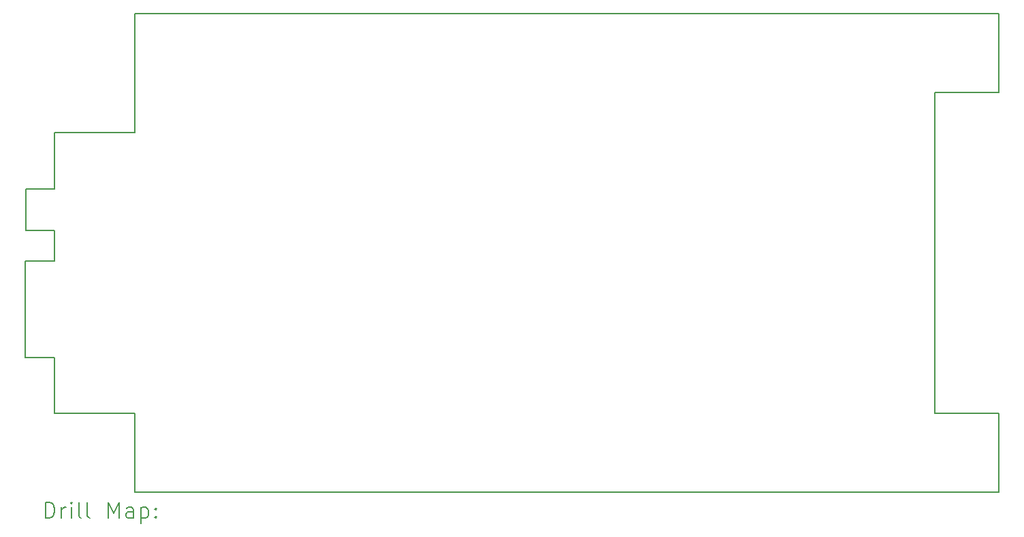
<source format=gbr>
%TF.GenerationSoftware,KiCad,Pcbnew,8.0.8+dfsg-1*%
%TF.CreationDate,2025-02-21T17:28:06+00:00*%
%TF.ProjectId,a4_to_adf10_econet,61345f74-6f5f-4616-9466-31305f65636f,rev?*%
%TF.SameCoordinates,Original*%
%TF.FileFunction,Drillmap*%
%TF.FilePolarity,Positive*%
%FSLAX45Y45*%
G04 Gerber Fmt 4.5, Leading zero omitted, Abs format (unit mm)*
G04 Created by KiCad (PCBNEW 8.0.8+dfsg-1) date 2025-02-21 17:28:06*
%MOMM*%
%LPD*%
G01*
G04 APERTURE LIST*
%ADD10C,0.200000*%
G04 APERTURE END LIST*
D10*
X12100000Y-2980000D02*
X11300000Y-2980000D01*
X11300000Y-6980000D01*
X12100000Y-6980000D01*
X12100000Y-7960000D01*
X1900000Y-7960000D01*
X1350000Y-7960000D01*
X1350000Y-6980000D01*
X350000Y-6980000D01*
X350000Y-6280000D01*
X-10000Y-6280000D01*
X-10000Y-5080000D01*
X350000Y-5080000D01*
X350000Y-4700000D01*
X0Y-4700000D01*
X0Y-4180000D01*
X350000Y-4180000D01*
X350000Y-3480000D01*
X1350000Y-3480000D01*
X1350000Y-2000000D01*
X12100000Y-2000000D01*
X12100000Y-2980000D01*
X240777Y-8281484D02*
X240777Y-8081484D01*
X240777Y-8081484D02*
X288396Y-8081484D01*
X288396Y-8081484D02*
X316967Y-8091008D01*
X316967Y-8091008D02*
X336015Y-8110055D01*
X336015Y-8110055D02*
X345539Y-8129103D01*
X345539Y-8129103D02*
X355062Y-8167198D01*
X355062Y-8167198D02*
X355062Y-8195769D01*
X355062Y-8195769D02*
X345539Y-8233865D01*
X345539Y-8233865D02*
X336015Y-8252912D01*
X336015Y-8252912D02*
X316967Y-8271960D01*
X316967Y-8271960D02*
X288396Y-8281484D01*
X288396Y-8281484D02*
X240777Y-8281484D01*
X440777Y-8281484D02*
X440777Y-8148150D01*
X440777Y-8186246D02*
X450301Y-8167198D01*
X450301Y-8167198D02*
X459824Y-8157674D01*
X459824Y-8157674D02*
X478872Y-8148150D01*
X478872Y-8148150D02*
X497920Y-8148150D01*
X564586Y-8281484D02*
X564586Y-8148150D01*
X564586Y-8081484D02*
X555063Y-8091008D01*
X555063Y-8091008D02*
X564586Y-8100531D01*
X564586Y-8100531D02*
X574110Y-8091008D01*
X574110Y-8091008D02*
X564586Y-8081484D01*
X564586Y-8081484D02*
X564586Y-8100531D01*
X688396Y-8281484D02*
X669348Y-8271960D01*
X669348Y-8271960D02*
X659824Y-8252912D01*
X659824Y-8252912D02*
X659824Y-8081484D01*
X793158Y-8281484D02*
X774110Y-8271960D01*
X774110Y-8271960D02*
X764586Y-8252912D01*
X764586Y-8252912D02*
X764586Y-8081484D01*
X1021729Y-8281484D02*
X1021729Y-8081484D01*
X1021729Y-8081484D02*
X1088396Y-8224341D01*
X1088396Y-8224341D02*
X1155063Y-8081484D01*
X1155063Y-8081484D02*
X1155063Y-8281484D01*
X1336015Y-8281484D02*
X1336015Y-8176722D01*
X1336015Y-8176722D02*
X1326491Y-8157674D01*
X1326491Y-8157674D02*
X1307444Y-8148150D01*
X1307444Y-8148150D02*
X1269348Y-8148150D01*
X1269348Y-8148150D02*
X1250301Y-8157674D01*
X1336015Y-8271960D02*
X1316967Y-8281484D01*
X1316967Y-8281484D02*
X1269348Y-8281484D01*
X1269348Y-8281484D02*
X1250301Y-8271960D01*
X1250301Y-8271960D02*
X1240777Y-8252912D01*
X1240777Y-8252912D02*
X1240777Y-8233865D01*
X1240777Y-8233865D02*
X1250301Y-8214817D01*
X1250301Y-8214817D02*
X1269348Y-8205293D01*
X1269348Y-8205293D02*
X1316967Y-8205293D01*
X1316967Y-8205293D02*
X1336015Y-8195769D01*
X1431253Y-8148150D02*
X1431253Y-8348150D01*
X1431253Y-8157674D02*
X1450301Y-8148150D01*
X1450301Y-8148150D02*
X1488396Y-8148150D01*
X1488396Y-8148150D02*
X1507443Y-8157674D01*
X1507443Y-8157674D02*
X1516967Y-8167198D01*
X1516967Y-8167198D02*
X1526491Y-8186246D01*
X1526491Y-8186246D02*
X1526491Y-8243388D01*
X1526491Y-8243388D02*
X1516967Y-8262436D01*
X1516967Y-8262436D02*
X1507443Y-8271960D01*
X1507443Y-8271960D02*
X1488396Y-8281484D01*
X1488396Y-8281484D02*
X1450301Y-8281484D01*
X1450301Y-8281484D02*
X1431253Y-8271960D01*
X1612205Y-8262436D02*
X1621729Y-8271960D01*
X1621729Y-8271960D02*
X1612205Y-8281484D01*
X1612205Y-8281484D02*
X1602682Y-8271960D01*
X1602682Y-8271960D02*
X1612205Y-8262436D01*
X1612205Y-8262436D02*
X1612205Y-8281484D01*
X1612205Y-8157674D02*
X1621729Y-8167198D01*
X1621729Y-8167198D02*
X1612205Y-8176722D01*
X1612205Y-8176722D02*
X1602682Y-8167198D01*
X1602682Y-8167198D02*
X1612205Y-8157674D01*
X1612205Y-8157674D02*
X1612205Y-8176722D01*
M02*

</source>
